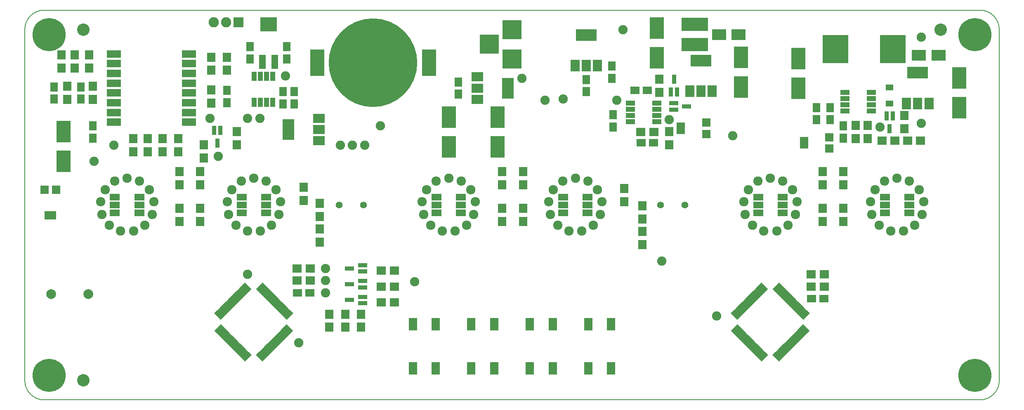
<source format=gts>
G04 #@! TF.FileFunction,Soldermask,Top*
%FSLAX46Y46*%
G04 Gerber Fmt 4.6, Leading zero omitted, Abs format (unit mm)*
G04 Created by KiCad (PCBNEW 4.0.7-e2-6376~58~ubuntu16.04.1) date Sun Nov  5 21:07:29 2017*
%MOMM*%
%LPD*%
G01*
G04 APERTURE LIST*
%ADD10C,0.100000*%
%ADD11C,0.150000*%
%ADD12C,1.900000*%
%ADD13R,1.900000X0.850000*%
%ADD14R,1.700000X1.900000*%
%ADD15R,1.900000X1.700000*%
%ADD16R,1.000000X1.950000*%
%ADD17R,2.400000X4.200000*%
%ADD18R,2.400000X1.900000*%
%ADD19R,1.900000X1.650000*%
%ADD20R,1.650000X1.900000*%
%ADD21R,2.900000X2.200000*%
%ADD22R,1.600000X1.300000*%
%ADD23R,3.900000X3.900000*%
%ADD24R,2.100000X2.100000*%
%ADD25O,2.100000X2.100000*%
%ADD26R,5.500000X2.750000*%
%ADD27R,5.300000X5.800000*%
%ADD28C,1.400000*%
%ADD29R,0.850000X1.900000*%
%ADD30R,4.200000X2.400000*%
%ADD31R,1.900000X2.400000*%
%ADD32C,2.000000*%
%ADD33R,1.700000X1.700000*%
%ADD34R,1.700000X2.400000*%
%ADD35R,2.400000X1.700000*%
%ADD36R,1.797000X2.508200*%
%ADD37R,1.950000X1.000000*%
%ADD38R,1.400000X2.900000*%
%ADD39R,3.400000X2.900000*%
%ADD40C,1.924000*%
%ADD41C,2.540000*%
%ADD42C,6.800000*%
%ADD43C,1.200000*%
%ADD44R,2.900000X4.400000*%
%ADD45R,2.000000X1.400000*%
%ADD46R,2.900000X5.500000*%
%ADD47C,18.200000*%
%ADD48R,2.900000X1.500000*%
G04 APERTURE END LIST*
D10*
D11*
X250600000Y-65000000D02*
G75*
G03X246600000Y-61000000I-4000000J0D01*
G01*
X246600000Y-141000000D02*
G75*
G03X250600000Y-137000000I0J4000000D01*
G01*
X50600000Y-137000000D02*
G75*
G03X54600000Y-141000000I4000000J0D01*
G01*
X54600000Y-61000000D02*
G75*
G03X50600000Y-65000000I0J-4000000D01*
G01*
X246600000Y-141000000D02*
X54600000Y-141000000D01*
X250600000Y-65000000D02*
X250600000Y-137000000D01*
X54600000Y-61000000D02*
X246600000Y-61000000D01*
X50600000Y-137000000D02*
X50600000Y-65000000D01*
D12*
X112350000Y-119000000D03*
D13*
X119930000Y-117900000D03*
X119930000Y-116600000D03*
X117270000Y-117250000D03*
D14*
X116350000Y-126100000D03*
X116350000Y-123400000D03*
D13*
X119930000Y-114650000D03*
X119930000Y-113350000D03*
X117270000Y-114000000D03*
D14*
X119600000Y-126100000D03*
X119600000Y-123400000D03*
X113100000Y-126100000D03*
X113100000Y-123400000D03*
D13*
X119930000Y-121150000D03*
X119930000Y-119850000D03*
X117270000Y-120500000D03*
D15*
X126450000Y-114500000D03*
X123750000Y-114500000D03*
X126450000Y-121000000D03*
X123750000Y-121000000D03*
D16*
X101505000Y-74550000D03*
X100235000Y-74550000D03*
X98965000Y-74550000D03*
X97695000Y-74550000D03*
X97695000Y-79950000D03*
X98965000Y-79950000D03*
X100235000Y-79950000D03*
X101505000Y-79950000D03*
D12*
X104100000Y-74500000D03*
D17*
X104700000Y-85500000D03*
D18*
X111000000Y-85500000D03*
X111000000Y-83200000D03*
X111000000Y-87800000D03*
D19*
X178350000Y-77500000D03*
X175850000Y-77500000D03*
D20*
X171350000Y-82500000D03*
X171350000Y-85000000D03*
D19*
X179600000Y-88250000D03*
X177100000Y-88250000D03*
D20*
X213100000Y-81000000D03*
X213100000Y-83500000D03*
X215850000Y-81000000D03*
X215850000Y-83500000D03*
X218600000Y-84750000D03*
X218600000Y-87250000D03*
X103600000Y-77750000D03*
X103600000Y-80250000D03*
X105850000Y-77750000D03*
X105850000Y-80250000D03*
X104350000Y-71000000D03*
X104350000Y-68500000D03*
X96850000Y-71000000D03*
X96850000Y-68500000D03*
X92100000Y-80000000D03*
X92100000Y-77500000D03*
X56600000Y-79250000D03*
X56600000Y-76750000D03*
X62100000Y-79250000D03*
X62100000Y-76750000D03*
X139600000Y-78250000D03*
X139600000Y-75750000D03*
X64600000Y-84750000D03*
X64600000Y-87250000D03*
D21*
X193100000Y-66000000D03*
X197100000Y-66000000D03*
D22*
X228100000Y-80150000D03*
X228100000Y-76850000D03*
D21*
X238100000Y-70250000D03*
X234100000Y-70250000D03*
D14*
X82100000Y-90100000D03*
X82100000Y-87400000D03*
D23*
X150600000Y-71000000D03*
X150600000Y-65000000D03*
X145900000Y-68000000D03*
D24*
X94430000Y-63500000D03*
D25*
X91890000Y-63500000D03*
X89350000Y-63500000D03*
D26*
X188100000Y-68075000D03*
X188100000Y-63925000D03*
D27*
X216950000Y-69000000D03*
X228750000Y-69000000D03*
D28*
X120100000Y-101000000D03*
X115100000Y-101000000D03*
X186100000Y-101000000D03*
X181100000Y-101000000D03*
D29*
X183200000Y-77830000D03*
X184500000Y-77830000D03*
X183850000Y-75170000D03*
D13*
X183770000Y-80100000D03*
X183770000Y-81400000D03*
X186430000Y-80750000D03*
D30*
X189350000Y-71350000D03*
D31*
X189350000Y-77650000D03*
X191650000Y-77650000D03*
X187050000Y-77650000D03*
D29*
X228750000Y-82670000D03*
X227450000Y-82670000D03*
X228100000Y-85330000D03*
D30*
X233850000Y-73850000D03*
D31*
X233850000Y-80150000D03*
X236150000Y-80150000D03*
X231550000Y-80150000D03*
D17*
X149750000Y-77000000D03*
D18*
X143450000Y-77000000D03*
X143450000Y-79300000D03*
X143450000Y-74700000D03*
D14*
X180850000Y-75150000D03*
X180850000Y-77850000D03*
X182850000Y-88600000D03*
X182850000Y-85900000D03*
D15*
X179700000Y-86000000D03*
X177000000Y-86000000D03*
D14*
X231100000Y-82650000D03*
X231100000Y-85350000D03*
D15*
X234450000Y-87750000D03*
X231750000Y-87750000D03*
X229200000Y-87750000D03*
X226500000Y-87750000D03*
D14*
X221100000Y-84650000D03*
X221100000Y-87350000D03*
X223600000Y-87350000D03*
X223600000Y-84650000D03*
X78850000Y-90100000D03*
X78850000Y-87400000D03*
X59350000Y-76650000D03*
X59350000Y-79350000D03*
X64600000Y-76650000D03*
X64600000Y-79350000D03*
D32*
X56000000Y-119250000D03*
X63600000Y-119250000D03*
D14*
X72850000Y-90100000D03*
X72850000Y-87400000D03*
X75850000Y-87400000D03*
X75850000Y-90100000D03*
X60850000Y-70150000D03*
X60850000Y-72850000D03*
X63850000Y-70150000D03*
X63850000Y-72850000D03*
X58100000Y-70150000D03*
X58100000Y-72850000D03*
X88850000Y-77400000D03*
X88850000Y-80100000D03*
X88850000Y-70650000D03*
X88850000Y-73350000D03*
X92100000Y-70650000D03*
X92100000Y-73350000D03*
D15*
X126450000Y-117750000D03*
X123750000Y-117750000D03*
D14*
X86600000Y-96850000D03*
X86600000Y-94150000D03*
X82350000Y-94150000D03*
X82350000Y-96850000D03*
X82350000Y-101650000D03*
X82350000Y-104350000D03*
X86600000Y-104350000D03*
X86600000Y-101650000D03*
X107850000Y-97400000D03*
X107850000Y-100100000D03*
X152850000Y-96850000D03*
X152850000Y-94150000D03*
X148600000Y-94150000D03*
X148600000Y-96850000D03*
X148600000Y-101650000D03*
X148600000Y-104350000D03*
X152850000Y-104350000D03*
X152850000Y-101650000D03*
X173600000Y-97650000D03*
X173600000Y-100350000D03*
X218600000Y-96850000D03*
X218600000Y-94150000D03*
X214350000Y-94150000D03*
X214350000Y-96850000D03*
X214350000Y-101650000D03*
X214350000Y-104350000D03*
X218600000Y-104350000D03*
X218600000Y-101650000D03*
X111100000Y-100650000D03*
X111100000Y-103350000D03*
X111100000Y-105900000D03*
X111100000Y-108600000D03*
X177350000Y-101150000D03*
X177350000Y-103850000D03*
X177350000Y-106400000D03*
X177350000Y-109100000D03*
D33*
X190450000Y-84100000D03*
D34*
X185250000Y-85250000D03*
D33*
X190450000Y-86400000D03*
X215700000Y-87100000D03*
D34*
X210500000Y-88250000D03*
D33*
X215700000Y-89400000D03*
X54700000Y-97900000D03*
D35*
X55850000Y-103100000D03*
D33*
X57000000Y-97900000D03*
D36*
X130250000Y-125450000D03*
X134950000Y-134550000D03*
X134950000Y-125450000D03*
X130250000Y-134550000D03*
X142250000Y-125450000D03*
X146950000Y-134550000D03*
X146950000Y-125450000D03*
X142250000Y-134550000D03*
X154250000Y-125450000D03*
X158950000Y-134550000D03*
X158950000Y-125450000D03*
X154250000Y-134550000D03*
X166250000Y-125450000D03*
X170950000Y-134550000D03*
X170950000Y-125450000D03*
X166250000Y-134550000D03*
D37*
X174900000Y-80095000D03*
X174900000Y-81365000D03*
X174900000Y-82635000D03*
X174900000Y-83905000D03*
X180300000Y-83905000D03*
X180300000Y-82635000D03*
X180300000Y-81365000D03*
X180300000Y-80095000D03*
X218900000Y-77845000D03*
X218900000Y-79115000D03*
X218900000Y-80385000D03*
X218900000Y-81655000D03*
X224300000Y-81655000D03*
X224300000Y-80385000D03*
X224300000Y-79115000D03*
X224300000Y-77845000D03*
D10*
G36*
X90147095Y-127446590D02*
X89496556Y-126796051D01*
X90840059Y-125452548D01*
X91490598Y-126103087D01*
X90147095Y-127446590D01*
X90147095Y-127446590D01*
G37*
G36*
X90712780Y-128012275D02*
X90062241Y-127361736D01*
X91405744Y-126018233D01*
X92056283Y-126668772D01*
X90712780Y-128012275D01*
X90712780Y-128012275D01*
G37*
G36*
X91278466Y-128577961D02*
X90627927Y-127927422D01*
X91971430Y-126583919D01*
X92621969Y-127234458D01*
X91278466Y-128577961D01*
X91278466Y-128577961D01*
G37*
G36*
X91844151Y-129143646D02*
X91193612Y-128493107D01*
X92537115Y-127149604D01*
X93187654Y-127800143D01*
X91844151Y-129143646D01*
X91844151Y-129143646D01*
G37*
G36*
X92409837Y-129709332D02*
X91759298Y-129058793D01*
X93102801Y-127715290D01*
X93753340Y-128365829D01*
X92409837Y-129709332D01*
X92409837Y-129709332D01*
G37*
G36*
X92975522Y-130275017D02*
X92324983Y-129624478D01*
X93668486Y-128280975D01*
X94319025Y-128931514D01*
X92975522Y-130275017D01*
X92975522Y-130275017D01*
G37*
G36*
X93541207Y-130840702D02*
X92890668Y-130190163D01*
X94234171Y-128846660D01*
X94884710Y-129497199D01*
X93541207Y-130840702D01*
X93541207Y-130840702D01*
G37*
G36*
X94106893Y-131406388D02*
X93456354Y-130755849D01*
X94799857Y-129412346D01*
X95450396Y-130062885D01*
X94106893Y-131406388D01*
X94106893Y-131406388D01*
G37*
G36*
X94672578Y-131972073D02*
X94022039Y-131321534D01*
X95365542Y-129978031D01*
X96016081Y-130628570D01*
X94672578Y-131972073D01*
X94672578Y-131972073D01*
G37*
G36*
X95238264Y-132537759D02*
X94587725Y-131887220D01*
X95931228Y-130543717D01*
X96581767Y-131194256D01*
X95238264Y-132537759D01*
X95238264Y-132537759D01*
G37*
G36*
X95803949Y-133103444D02*
X95153410Y-132452905D01*
X96496913Y-131109402D01*
X97147452Y-131759941D01*
X95803949Y-133103444D01*
X95803949Y-133103444D01*
G37*
G36*
X99396051Y-133103444D02*
X98052548Y-131759941D01*
X98703087Y-131109402D01*
X100046590Y-132452905D01*
X99396051Y-133103444D01*
X99396051Y-133103444D01*
G37*
G36*
X99961736Y-132537759D02*
X98618233Y-131194256D01*
X99268772Y-130543717D01*
X100612275Y-131887220D01*
X99961736Y-132537759D01*
X99961736Y-132537759D01*
G37*
G36*
X100527422Y-131972073D02*
X99183919Y-130628570D01*
X99834458Y-129978031D01*
X101177961Y-131321534D01*
X100527422Y-131972073D01*
X100527422Y-131972073D01*
G37*
G36*
X101093107Y-131406388D02*
X99749604Y-130062885D01*
X100400143Y-129412346D01*
X101743646Y-130755849D01*
X101093107Y-131406388D01*
X101093107Y-131406388D01*
G37*
G36*
X101658793Y-130840702D02*
X100315290Y-129497199D01*
X100965829Y-128846660D01*
X102309332Y-130190163D01*
X101658793Y-130840702D01*
X101658793Y-130840702D01*
G37*
G36*
X102224478Y-130275017D02*
X100880975Y-128931514D01*
X101531514Y-128280975D01*
X102875017Y-129624478D01*
X102224478Y-130275017D01*
X102224478Y-130275017D01*
G37*
G36*
X102790163Y-129709332D02*
X101446660Y-128365829D01*
X102097199Y-127715290D01*
X103440702Y-129058793D01*
X102790163Y-129709332D01*
X102790163Y-129709332D01*
G37*
G36*
X103355849Y-129143646D02*
X102012346Y-127800143D01*
X102662885Y-127149604D01*
X104006388Y-128493107D01*
X103355849Y-129143646D01*
X103355849Y-129143646D01*
G37*
G36*
X103921534Y-128577961D02*
X102578031Y-127234458D01*
X103228570Y-126583919D01*
X104572073Y-127927422D01*
X103921534Y-128577961D01*
X103921534Y-128577961D01*
G37*
G36*
X104487220Y-128012275D02*
X103143717Y-126668772D01*
X103794256Y-126018233D01*
X105137759Y-127361736D01*
X104487220Y-128012275D01*
X104487220Y-128012275D01*
G37*
G36*
X105052905Y-127446590D02*
X103709402Y-126103087D01*
X104359941Y-125452548D01*
X105703444Y-126796051D01*
X105052905Y-127446590D01*
X105052905Y-127446590D01*
G37*
G36*
X104359941Y-124547452D02*
X103709402Y-123896913D01*
X105052905Y-122553410D01*
X105703444Y-123203949D01*
X104359941Y-124547452D01*
X104359941Y-124547452D01*
G37*
G36*
X103794256Y-123981767D02*
X103143717Y-123331228D01*
X104487220Y-121987725D01*
X105137759Y-122638264D01*
X103794256Y-123981767D01*
X103794256Y-123981767D01*
G37*
G36*
X103228570Y-123416081D02*
X102578031Y-122765542D01*
X103921534Y-121422039D01*
X104572073Y-122072578D01*
X103228570Y-123416081D01*
X103228570Y-123416081D01*
G37*
G36*
X102662885Y-122850396D02*
X102012346Y-122199857D01*
X103355849Y-120856354D01*
X104006388Y-121506893D01*
X102662885Y-122850396D01*
X102662885Y-122850396D01*
G37*
G36*
X102097199Y-122284710D02*
X101446660Y-121634171D01*
X102790163Y-120290668D01*
X103440702Y-120941207D01*
X102097199Y-122284710D01*
X102097199Y-122284710D01*
G37*
G36*
X101531514Y-121719025D02*
X100880975Y-121068486D01*
X102224478Y-119724983D01*
X102875017Y-120375522D01*
X101531514Y-121719025D01*
X101531514Y-121719025D01*
G37*
G36*
X100965829Y-121153340D02*
X100315290Y-120502801D01*
X101658793Y-119159298D01*
X102309332Y-119809837D01*
X100965829Y-121153340D01*
X100965829Y-121153340D01*
G37*
G36*
X100400143Y-120587654D02*
X99749604Y-119937115D01*
X101093107Y-118593612D01*
X101743646Y-119244151D01*
X100400143Y-120587654D01*
X100400143Y-120587654D01*
G37*
G36*
X99834458Y-120021969D02*
X99183919Y-119371430D01*
X100527422Y-118027927D01*
X101177961Y-118678466D01*
X99834458Y-120021969D01*
X99834458Y-120021969D01*
G37*
G36*
X99268772Y-119456283D02*
X98618233Y-118805744D01*
X99961736Y-117462241D01*
X100612275Y-118112780D01*
X99268772Y-119456283D01*
X99268772Y-119456283D01*
G37*
G36*
X98703087Y-118890598D02*
X98052548Y-118240059D01*
X99396051Y-116896556D01*
X100046590Y-117547095D01*
X98703087Y-118890598D01*
X98703087Y-118890598D01*
G37*
G36*
X96496913Y-118890598D02*
X95153410Y-117547095D01*
X95803949Y-116896556D01*
X97147452Y-118240059D01*
X96496913Y-118890598D01*
X96496913Y-118890598D01*
G37*
G36*
X95931228Y-119456283D02*
X94587725Y-118112780D01*
X95238264Y-117462241D01*
X96581767Y-118805744D01*
X95931228Y-119456283D01*
X95931228Y-119456283D01*
G37*
G36*
X95365542Y-120021969D02*
X94022039Y-118678466D01*
X94672578Y-118027927D01*
X96016081Y-119371430D01*
X95365542Y-120021969D01*
X95365542Y-120021969D01*
G37*
G36*
X94799857Y-120587654D02*
X93456354Y-119244151D01*
X94106893Y-118593612D01*
X95450396Y-119937115D01*
X94799857Y-120587654D01*
X94799857Y-120587654D01*
G37*
G36*
X94234171Y-121153340D02*
X92890668Y-119809837D01*
X93541207Y-119159298D01*
X94884710Y-120502801D01*
X94234171Y-121153340D01*
X94234171Y-121153340D01*
G37*
G36*
X93668486Y-121719025D02*
X92324983Y-120375522D01*
X92975522Y-119724983D01*
X94319025Y-121068486D01*
X93668486Y-121719025D01*
X93668486Y-121719025D01*
G37*
G36*
X93102801Y-122284710D02*
X91759298Y-120941207D01*
X92409837Y-120290668D01*
X93753340Y-121634171D01*
X93102801Y-122284710D01*
X93102801Y-122284710D01*
G37*
G36*
X92537115Y-122850396D02*
X91193612Y-121506893D01*
X91844151Y-120856354D01*
X93187654Y-122199857D01*
X92537115Y-122850396D01*
X92537115Y-122850396D01*
G37*
G36*
X91971430Y-123416081D02*
X90627927Y-122072578D01*
X91278466Y-121422039D01*
X92621969Y-122765542D01*
X91971430Y-123416081D01*
X91971430Y-123416081D01*
G37*
G36*
X91405744Y-123981767D02*
X90062241Y-122638264D01*
X90712780Y-121987725D01*
X92056283Y-123331228D01*
X91405744Y-123981767D01*
X91405744Y-123981767D01*
G37*
G36*
X90840059Y-124547452D02*
X89496556Y-123203949D01*
X90147095Y-122553410D01*
X91490598Y-123896913D01*
X90840059Y-124547452D01*
X90840059Y-124547452D01*
G37*
G36*
X196147095Y-127446590D02*
X195496556Y-126796051D01*
X196840059Y-125452548D01*
X197490598Y-126103087D01*
X196147095Y-127446590D01*
X196147095Y-127446590D01*
G37*
G36*
X196712780Y-128012275D02*
X196062241Y-127361736D01*
X197405744Y-126018233D01*
X198056283Y-126668772D01*
X196712780Y-128012275D01*
X196712780Y-128012275D01*
G37*
G36*
X197278466Y-128577961D02*
X196627927Y-127927422D01*
X197971430Y-126583919D01*
X198621969Y-127234458D01*
X197278466Y-128577961D01*
X197278466Y-128577961D01*
G37*
G36*
X197844151Y-129143646D02*
X197193612Y-128493107D01*
X198537115Y-127149604D01*
X199187654Y-127800143D01*
X197844151Y-129143646D01*
X197844151Y-129143646D01*
G37*
G36*
X198409837Y-129709332D02*
X197759298Y-129058793D01*
X199102801Y-127715290D01*
X199753340Y-128365829D01*
X198409837Y-129709332D01*
X198409837Y-129709332D01*
G37*
G36*
X198975522Y-130275017D02*
X198324983Y-129624478D01*
X199668486Y-128280975D01*
X200319025Y-128931514D01*
X198975522Y-130275017D01*
X198975522Y-130275017D01*
G37*
G36*
X199541207Y-130840702D02*
X198890668Y-130190163D01*
X200234171Y-128846660D01*
X200884710Y-129497199D01*
X199541207Y-130840702D01*
X199541207Y-130840702D01*
G37*
G36*
X200106893Y-131406388D02*
X199456354Y-130755849D01*
X200799857Y-129412346D01*
X201450396Y-130062885D01*
X200106893Y-131406388D01*
X200106893Y-131406388D01*
G37*
G36*
X200672578Y-131972073D02*
X200022039Y-131321534D01*
X201365542Y-129978031D01*
X202016081Y-130628570D01*
X200672578Y-131972073D01*
X200672578Y-131972073D01*
G37*
G36*
X201238264Y-132537759D02*
X200587725Y-131887220D01*
X201931228Y-130543717D01*
X202581767Y-131194256D01*
X201238264Y-132537759D01*
X201238264Y-132537759D01*
G37*
G36*
X201803949Y-133103444D02*
X201153410Y-132452905D01*
X202496913Y-131109402D01*
X203147452Y-131759941D01*
X201803949Y-133103444D01*
X201803949Y-133103444D01*
G37*
G36*
X205396051Y-133103444D02*
X204052548Y-131759941D01*
X204703087Y-131109402D01*
X206046590Y-132452905D01*
X205396051Y-133103444D01*
X205396051Y-133103444D01*
G37*
G36*
X205961736Y-132537759D02*
X204618233Y-131194256D01*
X205268772Y-130543717D01*
X206612275Y-131887220D01*
X205961736Y-132537759D01*
X205961736Y-132537759D01*
G37*
G36*
X206527422Y-131972073D02*
X205183919Y-130628570D01*
X205834458Y-129978031D01*
X207177961Y-131321534D01*
X206527422Y-131972073D01*
X206527422Y-131972073D01*
G37*
G36*
X207093107Y-131406388D02*
X205749604Y-130062885D01*
X206400143Y-129412346D01*
X207743646Y-130755849D01*
X207093107Y-131406388D01*
X207093107Y-131406388D01*
G37*
G36*
X207658793Y-130840702D02*
X206315290Y-129497199D01*
X206965829Y-128846660D01*
X208309332Y-130190163D01*
X207658793Y-130840702D01*
X207658793Y-130840702D01*
G37*
G36*
X208224478Y-130275017D02*
X206880975Y-128931514D01*
X207531514Y-128280975D01*
X208875017Y-129624478D01*
X208224478Y-130275017D01*
X208224478Y-130275017D01*
G37*
G36*
X208790163Y-129709332D02*
X207446660Y-128365829D01*
X208097199Y-127715290D01*
X209440702Y-129058793D01*
X208790163Y-129709332D01*
X208790163Y-129709332D01*
G37*
G36*
X209355849Y-129143646D02*
X208012346Y-127800143D01*
X208662885Y-127149604D01*
X210006388Y-128493107D01*
X209355849Y-129143646D01*
X209355849Y-129143646D01*
G37*
G36*
X209921534Y-128577961D02*
X208578031Y-127234458D01*
X209228570Y-126583919D01*
X210572073Y-127927422D01*
X209921534Y-128577961D01*
X209921534Y-128577961D01*
G37*
G36*
X210487220Y-128012275D02*
X209143717Y-126668772D01*
X209794256Y-126018233D01*
X211137759Y-127361736D01*
X210487220Y-128012275D01*
X210487220Y-128012275D01*
G37*
G36*
X211052905Y-127446590D02*
X209709402Y-126103087D01*
X210359941Y-125452548D01*
X211703444Y-126796051D01*
X211052905Y-127446590D01*
X211052905Y-127446590D01*
G37*
G36*
X210359941Y-124547452D02*
X209709402Y-123896913D01*
X211052905Y-122553410D01*
X211703444Y-123203949D01*
X210359941Y-124547452D01*
X210359941Y-124547452D01*
G37*
G36*
X209794256Y-123981767D02*
X209143717Y-123331228D01*
X210487220Y-121987725D01*
X211137759Y-122638264D01*
X209794256Y-123981767D01*
X209794256Y-123981767D01*
G37*
G36*
X209228570Y-123416081D02*
X208578031Y-122765542D01*
X209921534Y-121422039D01*
X210572073Y-122072578D01*
X209228570Y-123416081D01*
X209228570Y-123416081D01*
G37*
G36*
X208662885Y-122850396D02*
X208012346Y-122199857D01*
X209355849Y-120856354D01*
X210006388Y-121506893D01*
X208662885Y-122850396D01*
X208662885Y-122850396D01*
G37*
G36*
X208097199Y-122284710D02*
X207446660Y-121634171D01*
X208790163Y-120290668D01*
X209440702Y-120941207D01*
X208097199Y-122284710D01*
X208097199Y-122284710D01*
G37*
G36*
X207531514Y-121719025D02*
X206880975Y-121068486D01*
X208224478Y-119724983D01*
X208875017Y-120375522D01*
X207531514Y-121719025D01*
X207531514Y-121719025D01*
G37*
G36*
X206965829Y-121153340D02*
X206315290Y-120502801D01*
X207658793Y-119159298D01*
X208309332Y-119809837D01*
X206965829Y-121153340D01*
X206965829Y-121153340D01*
G37*
G36*
X206400143Y-120587654D02*
X205749604Y-119937115D01*
X207093107Y-118593612D01*
X207743646Y-119244151D01*
X206400143Y-120587654D01*
X206400143Y-120587654D01*
G37*
G36*
X205834458Y-120021969D02*
X205183919Y-119371430D01*
X206527422Y-118027927D01*
X207177961Y-118678466D01*
X205834458Y-120021969D01*
X205834458Y-120021969D01*
G37*
G36*
X205268772Y-119456283D02*
X204618233Y-118805744D01*
X205961736Y-117462241D01*
X206612275Y-118112780D01*
X205268772Y-119456283D01*
X205268772Y-119456283D01*
G37*
G36*
X204703087Y-118890598D02*
X204052548Y-118240059D01*
X205396051Y-116896556D01*
X206046590Y-117547095D01*
X204703087Y-118890598D01*
X204703087Y-118890598D01*
G37*
G36*
X202496913Y-118890598D02*
X201153410Y-117547095D01*
X201803949Y-116896556D01*
X203147452Y-118240059D01*
X202496913Y-118890598D01*
X202496913Y-118890598D01*
G37*
G36*
X201931228Y-119456283D02*
X200587725Y-118112780D01*
X201238264Y-117462241D01*
X202581767Y-118805744D01*
X201931228Y-119456283D01*
X201931228Y-119456283D01*
G37*
G36*
X201365542Y-120021969D02*
X200022039Y-118678466D01*
X200672578Y-118027927D01*
X202016081Y-119371430D01*
X201365542Y-120021969D01*
X201365542Y-120021969D01*
G37*
G36*
X200799857Y-120587654D02*
X199456354Y-119244151D01*
X200106893Y-118593612D01*
X201450396Y-119937115D01*
X200799857Y-120587654D01*
X200799857Y-120587654D01*
G37*
G36*
X200234171Y-121153340D02*
X198890668Y-119809837D01*
X199541207Y-119159298D01*
X200884710Y-120502801D01*
X200234171Y-121153340D01*
X200234171Y-121153340D01*
G37*
G36*
X199668486Y-121719025D02*
X198324983Y-120375522D01*
X198975522Y-119724983D01*
X200319025Y-121068486D01*
X199668486Y-121719025D01*
X199668486Y-121719025D01*
G37*
G36*
X199102801Y-122284710D02*
X197759298Y-120941207D01*
X198409837Y-120290668D01*
X199753340Y-121634171D01*
X199102801Y-122284710D01*
X199102801Y-122284710D01*
G37*
G36*
X198537115Y-122850396D02*
X197193612Y-121506893D01*
X197844151Y-120856354D01*
X199187654Y-122199857D01*
X198537115Y-122850396D01*
X198537115Y-122850396D01*
G37*
G36*
X197971430Y-123416081D02*
X196627927Y-122072578D01*
X197278466Y-121422039D01*
X198621969Y-122765542D01*
X197971430Y-123416081D01*
X197971430Y-123416081D01*
G37*
G36*
X197405744Y-123981767D02*
X196062241Y-122638264D01*
X196712780Y-121987725D01*
X198056283Y-123331228D01*
X197405744Y-123981767D01*
X197405744Y-123981767D01*
G37*
G36*
X196840059Y-124547452D02*
X195496556Y-123203949D01*
X196147095Y-122553410D01*
X197490598Y-123896913D01*
X196840059Y-124547452D01*
X196840059Y-124547452D01*
G37*
D38*
X101870000Y-71650000D03*
X99330000Y-71650000D03*
D39*
X100600000Y-63883333D03*
D40*
X71600000Y-95495000D03*
X74160000Y-96125000D03*
X76130000Y-97875000D03*
X77060000Y-100355000D03*
X76740000Y-102945000D03*
X75250000Y-105115000D03*
X72920000Y-106335000D03*
X70280000Y-106335000D03*
X67950000Y-105115000D03*
X66460000Y-102945000D03*
X66140000Y-100335000D03*
X67070000Y-97875000D03*
X69040000Y-96125000D03*
X97600000Y-95500000D03*
X100160000Y-96130000D03*
X102130000Y-97880000D03*
X103060000Y-100360000D03*
X102740000Y-102950000D03*
X101250000Y-105120000D03*
X98920000Y-106340000D03*
X96280000Y-106340000D03*
X93950000Y-105120000D03*
X92460000Y-102950000D03*
X92140000Y-100340000D03*
X93070000Y-97880000D03*
X95040000Y-96130000D03*
X137600000Y-95500000D03*
X140160000Y-96130000D03*
X142130000Y-97880000D03*
X143060000Y-100360000D03*
X142740000Y-102950000D03*
X141250000Y-105120000D03*
X138920000Y-106340000D03*
X136280000Y-106340000D03*
X133950000Y-105120000D03*
X132460000Y-102950000D03*
X132140000Y-100340000D03*
X133070000Y-97880000D03*
X135040000Y-96130000D03*
X163600000Y-95500000D03*
X166160000Y-96130000D03*
X168130000Y-97880000D03*
X169060000Y-100360000D03*
X168740000Y-102950000D03*
X167250000Y-105120000D03*
X164920000Y-106340000D03*
X162280000Y-106340000D03*
X159950000Y-105120000D03*
X158460000Y-102950000D03*
X158140000Y-100340000D03*
X159070000Y-97880000D03*
X161040000Y-96130000D03*
X203600000Y-95495000D03*
X206160000Y-96125000D03*
X208130000Y-97875000D03*
X209060000Y-100355000D03*
X208740000Y-102945000D03*
X207250000Y-105115000D03*
X204920000Y-106335000D03*
X202280000Y-106335000D03*
X199950000Y-105115000D03*
X198460000Y-102945000D03*
X198140000Y-100335000D03*
X199070000Y-97875000D03*
X201040000Y-96125000D03*
X229600000Y-95495000D03*
X232160000Y-96125000D03*
X234130000Y-97875000D03*
X235060000Y-100355000D03*
X234740000Y-102945000D03*
X233250000Y-105115000D03*
X230920000Y-106335000D03*
X228280000Y-106335000D03*
X225950000Y-105115000D03*
X224460000Y-102945000D03*
X224140000Y-100335000D03*
X225070000Y-97875000D03*
X227040000Y-96125000D03*
D41*
X62600000Y-137000000D03*
X62600000Y-65000000D03*
X238600000Y-65000000D03*
D42*
X55600000Y-136000000D03*
D43*
X58000000Y-136000000D03*
X57297056Y-137697056D03*
X55600000Y-138400000D03*
X53902944Y-137697056D03*
X53200000Y-136000000D03*
X53902944Y-134302944D03*
X55600000Y-133600000D03*
X57297056Y-134302944D03*
D42*
X55600000Y-66000000D03*
D43*
X58000000Y-66000000D03*
X57297056Y-67697056D03*
X55600000Y-68400000D03*
X53902944Y-67697056D03*
X53200000Y-66000000D03*
X53902944Y-64302944D03*
X55600000Y-63600000D03*
X57297056Y-64302944D03*
D42*
X245600000Y-66000000D03*
D43*
X248000000Y-66000000D03*
X247297056Y-67697056D03*
X245600000Y-68400000D03*
X243902944Y-67697056D03*
X243200000Y-66000000D03*
X243902944Y-64302944D03*
X245600000Y-63600000D03*
X247297056Y-64302944D03*
D42*
X245600000Y-136000000D03*
D43*
X248000000Y-136000000D03*
X247297056Y-137697056D03*
X245600000Y-138400000D03*
X243902944Y-137697056D03*
X243200000Y-136000000D03*
X243902944Y-134302944D03*
X245600000Y-133600000D03*
X247297056Y-134302944D03*
D12*
X157350000Y-79500000D03*
X181350000Y-112500000D03*
X195850000Y-86750000D03*
X173350000Y-65000000D03*
X123600000Y-84750000D03*
X130600000Y-116750000D03*
X234600000Y-66500000D03*
X172100000Y-79500000D03*
X182850000Y-83500000D03*
X234600000Y-84250000D03*
X226100000Y-85000000D03*
X98850000Y-83250000D03*
X96350000Y-83250000D03*
X152600000Y-75000000D03*
X115350000Y-88750000D03*
X117850000Y-88750000D03*
X120350000Y-88750000D03*
X112350000Y-114000000D03*
X112350000Y-116500000D03*
X106850000Y-129250000D03*
X96350000Y-115250000D03*
X192600000Y-123750000D03*
D19*
X106600000Y-119000000D03*
X109100000Y-119000000D03*
X212100000Y-120250000D03*
X214600000Y-120250000D03*
D44*
X197600000Y-76800000D03*
X197600000Y-70700000D03*
X180350000Y-64700000D03*
X180350000Y-70800000D03*
X209350000Y-70950000D03*
X209350000Y-77050000D03*
X242350000Y-74950000D03*
X242350000Y-81050000D03*
X147600000Y-82950000D03*
X147600000Y-89050000D03*
X137600000Y-82950000D03*
X137600000Y-89050000D03*
X58600000Y-85950000D03*
X58600000Y-92050000D03*
D12*
X64850000Y-92000000D03*
X68850000Y-88750000D03*
D45*
X74100000Y-102600000D03*
X74100000Y-101000000D03*
X74100000Y-99400000D03*
X69100000Y-102600000D03*
X69100000Y-101000000D03*
X69100000Y-99400000D03*
X100100000Y-102600000D03*
X100100000Y-101000000D03*
X100100000Y-99400000D03*
X95100000Y-102600000D03*
X95100000Y-101000000D03*
X95100000Y-99400000D03*
X140100000Y-102600000D03*
X140100000Y-101000000D03*
X140100000Y-99400000D03*
X135100000Y-102600000D03*
X135100000Y-101000000D03*
X135100000Y-99400000D03*
X166100000Y-102600000D03*
X166100000Y-101000000D03*
X166100000Y-99400000D03*
X161100000Y-102600000D03*
X161100000Y-101000000D03*
X161100000Y-99400000D03*
X206100000Y-102600000D03*
X206100000Y-101000000D03*
X206100000Y-99400000D03*
X201100000Y-102600000D03*
X201100000Y-101000000D03*
X201100000Y-99400000D03*
X232100000Y-102600000D03*
X232100000Y-101000000D03*
X232100000Y-99400000D03*
X227100000Y-102600000D03*
X227100000Y-101000000D03*
X227100000Y-99400000D03*
D29*
X90750000Y-85670000D03*
X89450000Y-85670000D03*
X90100000Y-88330000D03*
D14*
X87350000Y-91350000D03*
X87350000Y-88650000D03*
X94100000Y-88600000D03*
X94100000Y-85900000D03*
D12*
X88600000Y-83250000D03*
X90350000Y-91000000D03*
D20*
X171100000Y-72500000D03*
X171100000Y-75000000D03*
X165850000Y-75250000D03*
X165850000Y-77750000D03*
D30*
X165850000Y-66100000D03*
D31*
X165850000Y-72400000D03*
X168150000Y-72400000D03*
X163550000Y-72400000D03*
D12*
X161100000Y-79250000D03*
D46*
X133550000Y-71750000D03*
D47*
X122100000Y-71750000D03*
D46*
X110650000Y-71750000D03*
D48*
X68900000Y-70000000D03*
X68900000Y-72000000D03*
X68900000Y-74000000D03*
X68900000Y-76000000D03*
X68900000Y-78000000D03*
X68900000Y-80000000D03*
X68900000Y-82000000D03*
X68900000Y-84000000D03*
X84300000Y-84000000D03*
X84300000Y-82000000D03*
X84300000Y-80000000D03*
X84300000Y-78000000D03*
X84300000Y-76000000D03*
X84300000Y-74000000D03*
X84300000Y-72000000D03*
X84300000Y-70000000D03*
D15*
X109200000Y-116500000D03*
X106500000Y-116500000D03*
X109200000Y-114000000D03*
X106500000Y-114000000D03*
X214700000Y-117750000D03*
X212000000Y-117750000D03*
X214700000Y-115250000D03*
X212000000Y-115250000D03*
M02*

</source>
